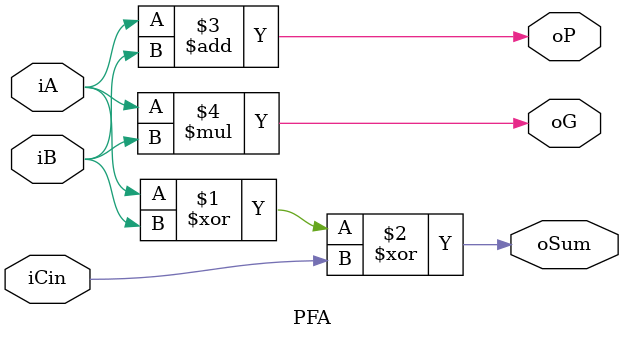
<source format=v>
`timescale 1ns / 1ps


module PFA(
    input wire iA, iB, iCin,
    output wire oSum, oP, oG
    );
    
    assign oSum = iA^iB^iCin;
    assign oP = iA + iB;
    assign oG = iA*iB;
    
endmodule

</source>
